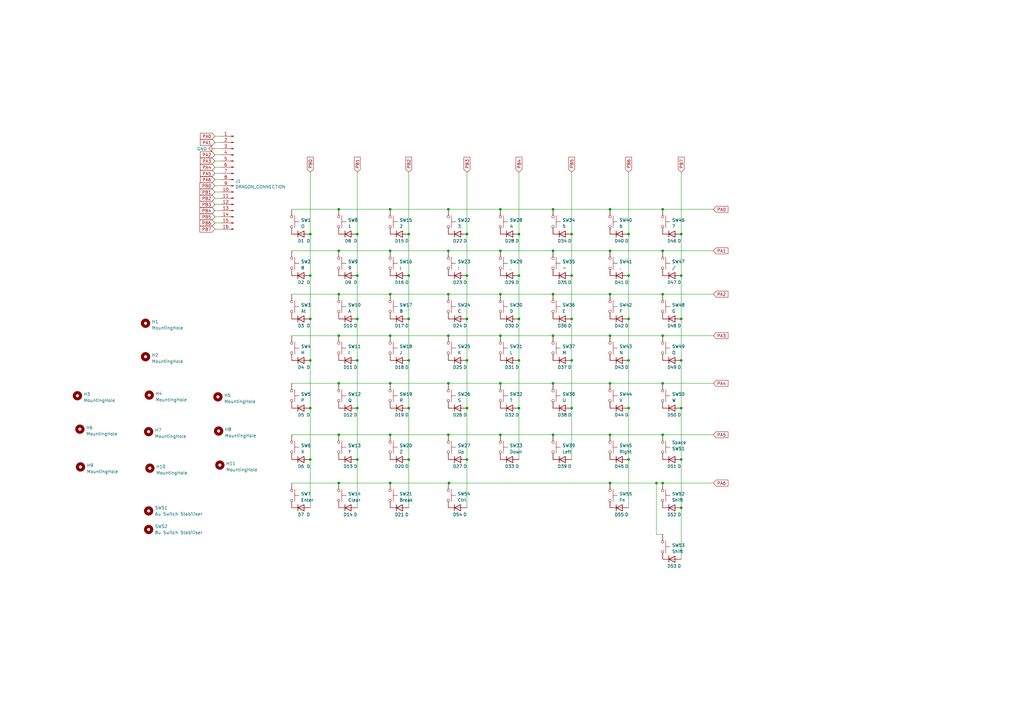
<source format=kicad_sch>
(kicad_sch (version 20230121) (generator eeschema)
  (paper "A3")
  (title_block (date "2023-06-11"))
  (lib_symbols
    (symbol "Connector:Conn_01x16_Male" (pin_names (offset 1.016) hide)
      (property "Reference" "J" (at 0 20.32 0))
      (property "Value" "Conn_01x16_Male" (at 0 -22.86 0))
      (symbol "Conn_01x16_Male_1_1"
        (pin passive line (at 5.08 17.78 180) (length 3.81) (name "Pin_1") (number "1"))
        (pin passive line (at 5.08 -5.08 180) (length 3.81) (name "Pin_10") (number "10"))
        (pin passive line (at 5.08 -7.62 180) (length 3.81) (name "Pin_11") (number "11"))
        (pin passive line (at 5.08 -10.16 180) (length 3.81) (name "Pin_12") (number "12"))
        (pin passive line (at 5.08 -12.7 180) (length 3.81) (name "Pin_13") (number "13"))
        (pin passive line (at 5.08 -15.24 180) (length 3.81) (name "Pin_14") (number "14"))
        (pin passive line (at 5.08 -17.78 180) (length 3.81) (name "Pin_15") (number "15"))
        (pin passive line (at 5.08 -20.32 180) (length 3.81) (name "Pin_16") (number "16"))
        (pin passive line (at 5.08 15.24 180) (length 3.81) (name "Pin_2") (number "2"))
        (pin passive line (at 5.08 12.7 180) (length 3.81) (name "Pin_3") (number "3"))
        (pin passive line (at 5.08 10.16 180) (length 3.81) (name "Pin_4") (number "4"))
        (pin passive line (at 5.08 7.62 180) (length 3.81) (name "Pin_5") (number "5"))
        (pin passive line (at 5.08 5.08 180) (length 3.81) (name "Pin_6") (number "6"))
        (pin passive line (at 5.08 2.54 180) (length 3.81) (name "Pin_7") (number "7"))
        (pin passive line (at 5.08 0 180) (length 3.81) (name "Pin_8") (number "8"))
        (pin passive line (at 5.08 -2.54 180) (length 3.81) (name "Pin_9") (number "9"))
      )
    )
    (symbol "Device:D" (pin_numbers hide) (pin_names (offset 1.016) hide)
      (property "Reference" "D" (at 0 2.54 0))
      (property "Value" "D" (at 0 -2.54 0))
      (symbol "D_1_1"
        (pin passive line (at -3.81 0 0) (length 2.54) (name "K") (number "1"))
        (pin passive line (at 3.81 0 180) (length 2.54) (name "A") (number "2"))
      )
    )
    (symbol "Mechanical:MountingHole" (pin_names (offset 1.016))
      (property "Reference" "H" (at 0 5.08 0))
      (property "Value" "MountingHole" (at 0 3.175 0))
    )
    (symbol "Switch:SW_Push" (pin_numbers hide) (pin_names (offset 1.016) hide)
      (property "Reference" "SW" (at 1.27 2.54 0))
      (property "Value" "SW_Push" (at 0 -1.524 0))
      (symbol "SW_Push_0_1"
        (pin passive line (at -5.08 0 0) (length 2.54) (name "1") (number "1"))
        (pin passive line (at 5.08 0 180) (length 2.54) (name "2") (number "2"))
      )
    )
    (symbol "power:GND" (power) (pin_names (offset 0))
      (property "Value" "GND" (at 0 -3.81 0))
      (symbol "GND_1_1"
        (pin power_in line (at 0 0 270) (length 0) hide (name "GND") (number "1"))
      )
    )
  )
  (junction (at 183.896 178.308))
  (junction (at 205.232 178.308))
  (junction (at 271.78 137.668))
  (junction (at 146.558 147.828))
  (junction (at 271.78 157.226))
  (junction (at 138.938 157.226))
  (junction (at 226.822 120.65))
  (junction (at 234.442 167.386))
  (junction (at 257.81 96.012))
  (junction (at 127.254 188.468))
  (junction (at 279.4 130.81))
  (junction (at 146.558 113.03))
  (junction (at 279.4 113.03))
  (junction (at 127.254 147.828))
  (junction (at 191.516 113.03))
  (junction (at 226.822 137.668))
  (junction (at 191.516 130.81))
  (junction (at 212.852 96.012))
  (junction (at 191.516 167.386))
  (junction (at 212.852 130.81))
  (junction (at 271.78 178.308))
  (junction (at 205.232 85.852))
  (junction (at 205.232 120.65))
  (junction (at 160.02 157.226))
  (junction (at 257.81 130.81))
  (junction (at 226.822 85.852))
  (junction (at 167.64 188.468))
  (junction (at 250.19 120.65))
  (junction (at 160.02 120.65))
  (junction (at 138.938 102.87))
  (junction (at 138.938 120.65))
  (junction (at 234.442 147.828))
  (junction (at 160.02 178.308))
  (junction (at 279.4 188.468))
  (junction (at 146.558 130.81))
  (junction (at 167.64 96.012))
  (junction (at 160.02 85.852))
  (junction (at 271.78 198.12))
  (junction (at 160.02 198.12))
  (junction (at 212.852 113.03))
  (junction (at 167.64 147.828))
  (junction (at 250.19 178.308))
  (junction (at 279.4 208.28))
  (junction (at 271.78 85.852))
  (junction (at 127.254 113.03))
  (junction (at 146.558 188.468))
  (junction (at 160.02 102.87))
  (junction (at 138.938 178.308))
  (junction (at 167.64 113.03))
  (junction (at 250.19 137.668))
  (junction (at 257.81 147.828))
  (junction (at 234.442 113.03))
  (junction (at 205.232 157.226))
  (junction (at 226.822 157.226))
  (junction (at 234.442 130.81))
  (junction (at 191.516 96.012))
  (junction (at 160.02 137.668))
  (junction (at 279.4 167.386))
  (junction (at 250.19 157.226))
  (junction (at 127.254 167.386))
  (junction (at 271.78 102.87))
  (junction (at 191.516 188.468))
  (junction (at 226.822 102.87))
  (junction (at 271.78 120.65))
  (junction (at 167.64 167.386))
  (junction (at 183.896 85.852))
  (junction (at 146.558 96.012))
  (junction (at 183.896 137.668))
  (junction (at 146.558 167.386))
  (junction (at 205.232 137.668))
  (junction (at 279.4 96.012))
  (junction (at 257.81 167.386))
  (junction (at 183.896 102.87))
  (junction (at 138.938 198.12))
  (junction (at 250.19 85.852))
  (junction (at 257.81 113.03))
  (junction (at 234.442 96.012))
  (junction (at 226.822 178.308))
  (junction (at 127.254 130.81))
  (junction (at 191.516 147.828))
  (junction (at 269.2322 198.12))
  (junction (at 184.15 198.12))
  (junction (at 250.19 102.87))
  (junction (at 183.896 120.65))
  (junction (at 127.254 96.012))
  (junction (at 167.64 130.81))
  (junction (at 205.232 102.87))
  (junction (at 138.938 85.852))
  (junction (at 138.938 137.668))
  (junction (at 183.896 157.226))
  (junction (at 250.19 198.12))
  (junction (at 212.852 167.386))
  (junction (at 279.4 147.828))
  (junction (at 212.852 147.828))
  (junction (at 257.81 188.468))
  (wire (pts (xy 279.4 208.28) (xy 279.4 229.362)))
  (wire (pts (xy 90.678 58.42) (xy 88.138 58.42)))
  (wire (pts (xy 127.254 188.468) (xy 127.254 208.28)))
  (wire (pts (xy 257.81 113.03) (xy 257.81 130.81)))
  (wire (pts (xy 138.938 102.87) (xy 160.02 102.87)))
  (wire (pts (xy 90.678 71.12) (xy 88.138 71.12)))
  (wire (pts (xy 119.634 102.87) (xy 138.938 102.87)))
  (wire (pts (xy 90.678 91.44) (xy 88.138 91.44)))
  (wire (pts (xy 226.822 137.668) (xy 250.19 137.668)))
  (wire (pts (xy 90.678 73.66) (xy 88.138 73.66)))
  (wire (pts (xy 205.232 120.65) (xy 226.822 120.65)))
  (wire (pts (xy 250.19 85.852) (xy 271.78 85.852)))
  (wire (pts (xy 250.19 157.226) (xy 271.78 157.226)))
  (wire (pts (xy 257.81 147.828) (xy 257.81 167.386)))
  (wire (pts (xy 205.232 137.668) (xy 226.822 137.668)))
  (wire (pts (xy 90.678 63.5) (xy 88.138 63.5)))
  (wire (pts (xy 205.232 85.852) (xy 226.822 85.852)))
  (wire (pts (xy 226.822 85.852) (xy 250.19 85.852)))
  (wire (pts (xy 191.516 130.81) (xy 191.516 147.828)))
  (wire (pts (xy 146.558 113.03) (xy 146.558 130.81)))
  (wire (pts (xy 119.634 120.65) (xy 138.938 120.65)))
  (wire (pts (xy 127.254 96.012) (xy 127.254 113.03)))
  (wire (pts (xy 250.19 102.87) (xy 271.78 102.87)))
  (wire (pts (xy 119.634 137.668) (xy 138.938 137.668)))
  (wire (pts (xy 191.516 188.468) (xy 191.516 208.2531)))
  (wire (pts (xy 160.02 198.12) (xy 184.15 198.12)))
  (wire (pts (xy 160.02 85.852) (xy 183.896 85.852)))
  (wire (pts (xy 250.19 137.668) (xy 271.78 137.668)))
  (wire (pts (xy 250.19 178.308) (xy 271.78 178.308)))
  (wire (pts (xy 212.852 96.012) (xy 212.852 113.03)))
  (wire (pts (xy 127.254 70.612) (xy 127.254 96.012)))
  (wire (pts (xy 90.678 93.98) (xy 88.138 93.98)))
  (wire (pts (xy 226.822 178.308) (xy 250.19 178.308)))
  (wire (pts (xy 257.81 96.012) (xy 257.81 113.03)))
  (wire (pts (xy 167.64 96.012) (xy 167.64 113.03)))
  (wire (pts (xy 271.78 137.668) (xy 292.608 137.668)))
  (wire (pts (xy 160.02 120.65) (xy 183.896 120.65)))
  (wire (pts (xy 138.938 178.308) (xy 160.02 178.308)))
  (wire (pts (xy 226.822 102.87) (xy 250.19 102.87)))
  (wire (pts (xy 205.232 102.87) (xy 226.822 102.87)))
  (wire (pts (xy 191.516 113.03) (xy 191.516 130.81)))
  (wire (pts (xy 257.81 70.612) (xy 257.81 96.012)))
  (wire (pts (xy 167.64 113.03) (xy 167.64 130.81)))
  (wire (pts (xy 167.64 147.828) (xy 167.64 167.386)))
  (wire (pts (xy 183.896 102.87) (xy 205.232 102.87)))
  (wire (pts (xy 279.4 96.012) (xy 279.4 113.03)))
  (wire (pts (xy 138.938 120.65) (xy 160.02 120.65)))
  (wire (pts (xy 184.15 198.0931) (xy 184.15 198.12)))
  (wire (pts (xy 160.02 157.226) (xy 183.896 157.226)))
  (wire (pts (xy 90.678 76.2) (xy 88.138 76.2)))
  (wire (pts (xy 127.254 113.03) (xy 127.254 130.81)))
  (wire (pts (xy 183.896 157.226) (xy 205.232 157.226)))
  (wire (pts (xy 212.852 70.612) (xy 212.852 96.012)))
  (wire (pts (xy 226.822 120.65) (xy 250.19 120.65)))
  (wire (pts (xy 279.4 70.612) (xy 279.4 96.012)))
  (wire (pts (xy 191.516 147.828) (xy 191.516 167.386)))
  (wire (pts (xy 167.64 167.386) (xy 167.64 188.468)))
  (wire (pts (xy 269.2322 198.12) (xy 271.78 198.12)))
  (wire (pts (xy 212.852 147.828) (xy 212.852 167.386)))
  (wire (pts (xy 234.442 130.81) (xy 234.442 147.828)))
  (wire (pts (xy 138.938 157.226) (xy 160.02 157.226)))
  (wire (pts (xy 119.634 178.308) (xy 138.938 178.308)))
  (wire (pts (xy 167.64 188.468) (xy 167.64 208.28)))
  (wire (pts (xy 271.78 120.65) (xy 292.608 120.65)))
  (wire (pts (xy 279.4 167.386) (xy 279.4 188.468)))
  (wire (pts (xy 90.678 60.96) (xy 88.138 60.96)))
  (wire (pts (xy 257.81 167.386) (xy 257.81 188.468)))
  (wire (pts (xy 160.02 137.668) (xy 183.896 137.668)))
  (wire (pts (xy 160.02 178.308) (xy 183.896 178.308)))
  (wire (pts (xy 250.19 198.12) (xy 269.2322 198.12)))
  (wire (pts (xy 271.78 157.226) (xy 292.608 157.226)))
  (wire (pts (xy 90.678 81.28) (xy 88.138 81.28)))
  (wire (pts (xy 90.678 83.82) (xy 88.138 83.82)))
  (wire (pts (xy 90.678 88.9) (xy 88.138 88.9)))
  (wire (pts (xy 191.516 208.2531) (xy 191.4726 208.2531)))
  (wire (pts (xy 269.2322 219.202) (xy 269.2322 198.12)))
  (wire (pts (xy 146.558 147.828) (xy 146.558 167.386)))
  (wire (pts (xy 127.254 147.828) (xy 127.254 167.386)))
  (wire (pts (xy 183.896 120.65) (xy 205.232 120.65)))
  (wire (pts (xy 119.634 85.852) (xy 138.938 85.852)))
  (wire (pts (xy 191.516 167.386) (xy 191.516 188.468)))
  (wire (pts (xy 183.896 137.668) (xy 205.232 137.668)))
  (wire (pts (xy 279.4 188.468) (xy 279.4 208.28)))
  (wire (pts (xy 271.78 85.852) (xy 292.608 85.852)))
  (wire (pts (xy 226.822 157.226) (xy 250.19 157.226)))
  (wire (pts (xy 90.678 68.58) (xy 88.138 68.58)))
  (wire (pts (xy 146.558 188.468) (xy 146.558 208.28)))
  (wire (pts (xy 138.938 85.852) (xy 160.02 85.852)))
  (wire (pts (xy 279.4 113.03) (xy 279.4 130.81)))
  (wire (pts (xy 212.852 167.386) (xy 212.852 188.468)))
  (wire (pts (xy 138.938 198.12) (xy 160.02 198.12)))
  (wire (pts (xy 271.78 198.12) (xy 292.608 198.12)))
  (wire (pts (xy 183.896 178.308) (xy 205.232 178.308)))
  (wire (pts (xy 205.232 157.226) (xy 226.822 157.226)))
  (wire (pts (xy 127.254 167.386) (xy 127.254 188.468)))
  (wire (pts (xy 167.64 130.81) (xy 167.64 147.828)))
  (wire (pts (xy 119.634 198.12) (xy 138.938 198.12)))
  (wire (pts (xy 90.678 66.04) (xy 88.138 66.04)))
  (wire (pts (xy 279.4 130.81) (xy 279.4 147.828)))
  (wire (pts (xy 212.852 113.03) (xy 212.852 130.81)))
  (wire (pts (xy 212.852 130.81) (xy 212.852 147.828)))
  (wire (pts (xy 257.81 130.81) (xy 257.81 147.828)))
  (wire (pts (xy 234.442 70.612) (xy 234.442 96.012)))
  (wire (pts (xy 183.896 85.852) (xy 205.232 85.852)))
  (wire (pts (xy 191.516 70.612) (xy 191.516 96.012)))
  (wire (pts (xy 119.634 157.226) (xy 138.938 157.226)))
  (wire (pts (xy 184.15 198.12) (xy 250.19 198.12)))
  (wire (pts (xy 167.64 70.612) (xy 167.64 96.012)))
  (wire (pts (xy 160.02 102.87) (xy 183.896 102.87)))
  (wire (pts (xy 90.678 86.36) (xy 88.138 86.36)))
  (wire (pts (xy 191.516 96.012) (xy 191.516 113.03)))
  (wire (pts (xy 271.78 178.308) (xy 292.608 178.308)))
  (wire (pts (xy 279.4 147.828) (xy 279.4 167.386)))
  (wire (pts (xy 271.78 219.202) (xy 269.2322 219.202)))
  (wire (pts (xy 271.78 102.87) (xy 292.608 102.87)))
  (wire (pts (xy 257.81 188.468) (xy 257.81 208.28)))
  (wire (pts (xy 90.678 78.74) (xy 88.138 78.74)))
  (wire (pts (xy 146.558 130.81) (xy 146.558 147.828)))
  (wire (pts (xy 234.442 147.828) (xy 234.442 167.386)))
  (wire (pts (xy 146.558 70.612) (xy 146.558 96.012)))
  (wire (pts (xy 205.232 178.308) (xy 226.822 178.308)))
  (wire (pts (xy 138.938 137.668) (xy 160.02 137.668)))
  (wire (pts (xy 250.19 120.65) (xy 271.78 120.65)))
  (wire (pts (xy 234.442 167.386) (xy 234.442 188.468)))
  (wire (pts (xy 127.254 130.81) (xy 127.254 147.828)))
  (wire (pts (xy 146.558 96.012) (xy 146.558 113.03)))
  (wire (pts (xy 234.442 113.03) (xy 234.442 130.81)))
  (wire (pts (xy 183.8526 198.0931) (xy 184.15 198.0931)))
  (wire (pts (xy 90.678 55.88) (xy 88.138 55.88)))
  (wire (pts (xy 146.558 167.386) (xy 146.558 188.468)))
  (wire (pts (xy 234.442 96.012) (xy 234.442 113.03)))
  (global_label "PB7" (shape input) (at 88.138 93.98 180) (property "Intersheetrefs" "${INTERSHEET_REFS}" (effects hide)))
  (global_label "PB7" (shape input) (at 279.4 70.612 90) (property "Intersheetrefs" "${INTERSHEET_REFS}" (effects hide)))
  (global_label "PB6" (shape input) (at 257.81 70.612 90) (property "Intersheetrefs" "${INTERSHEET_REFS}" (effects hide)))
  (global_label "PA0" (shape input) (at 88.138 55.88 180) (property "Intersheetrefs" "${INTERSHEET_REFS}" (effects hide)))
  (global_label "PB4" (shape input) (at 212.852 70.612 90) (property "Intersheetrefs" "${INTERSHEET_REFS}" (effects hide)))
  (global_label "PA5" (shape input) (at 292.608 178.308 0) (property "Intersheetrefs" "${INTERSHEET_REFS}" (effects hide)))
  (global_label "PB1" (shape input) (at 88.138 78.74 180) (property "Intersheetrefs" "${INTERSHEET_REFS}" (effects hide)))
  (global_label "PB0" (shape input) (at 88.138 76.2 180) (property "Intersheetrefs" "${INTERSHEET_REFS}" (effects hide)))
  (global_label "PA6" (shape input) (at 88.138 73.66 180) (property "Intersheetrefs" "${INTERSHEET_REFS}" (effects hide)))
  (global_label "PA4" (shape input) (at 292.608 157.226 0) (property "Intersheetrefs" "${INTERSHEET_REFS}" (effects hide)))
  (global_label "PB3" (shape input) (at 191.516 70.612 90) (property "Intersheetrefs" "${INTERSHEET_REFS}" (effects hide)))
  (global_label "PA0" (shape input) (at 292.608 85.852 0) (property "Intersheetrefs" "${INTERSHEET_REFS}" (effects hide)))
  (global_label "PB2" (shape input) (at 88.138 81.28 180) (property "Intersheetrefs" "${INTERSHEET_REFS}" (effects hide)))
  (global_label "PA3" (shape input) (at 292.608 137.668 0) (property "Intersheetrefs" "${INTERSHEET_REFS}" (effects hide)))
  (global_label "PB1" (shape input) (at 146.558 70.612 90) (property "Intersheetrefs" "${INTERSHEET_REFS}" (effects hide)))
  (global_label "PA6" (shape input) (at 292.608 198.12 0) (property "Intersheetrefs" "${INTERSHEET_REFS}" (effects hide)))
  (global_label "PA4" (shape input) (at 88.138 68.58 180) (property "Intersheetrefs" "${INTERSHEET_REFS}" (effects hide)))
  (global_label "PB5" (shape input) (at 234.442 70.612 90) (property "Intersheetrefs" "${INTERSHEET_REFS}" (effects hide)))
  (global_label "PB2" (shape input) (at 167.64 70.612 90) (property "Intersheetrefs" "${INTERSHEET_REFS}" (effects hide)))
  (global_label "PB4" (shape input) (at 88.138 86.36 180) (property "Intersheetrefs" "${INTERSHEET_REFS}" (effects hide)))
  (global_label "PA2" (shape input) (at 88.138 63.5 180) (property "Intersheetrefs" "${INTERSHEET_REFS}" (effects hide)))
  (global_label "PB5" (shape input) (at 88.138 88.9 180) (property "Intersheetrefs" "${INTERSHEET_REFS}" (effects hide)))
  (global_label "PA5" (shape input) (at 88.138 71.12 180) (property "Intersheetrefs" "${INTERSHEET_REFS}" (effects hide)))
  (global_label "PA3" (shape input) (at 88.138 66.04 180) (property "Intersheetrefs" "${INTERSHEET_REFS}" (effects hide)))
  (global_label "PA1" (shape input) (at 88.138 58.42 180) (property "Intersheetrefs" "${INTERSHEET_REFS}" (effects hide)))
  (global_label "PB6" (shape input) (at 88.138 91.44 180) (property "Intersheetrefs" "${INTERSHEET_REFS}" (effects hide)))
  (global_label "PB0" (shape input) (at 127.254 70.612 90) (property "Intersheetrefs" "${INTERSHEET_REFS}" (effects hide)))
  (global_label "PB3" (shape input) (at 88.138 83.82 180) (property "Intersheetrefs" "${INTERSHEET_REFS}" (effects hide)))
  (global_label "PA2" (shape input) (at 292.608 120.65 0) (property "Intersheetrefs" "${INTERSHEET_REFS}" (effects hide)))
  (global_label "PA1" (shape input) (at 292.608 102.87 0) (property "Intersheetrefs" "${INTERSHEET_REFS}" (effects hide)))
  (symbol (lib_id "Mechanical:MountingHole") (at 31.75 162.306 0) (unit 1)
    (property "Reference" "H3" (at 34.29 161.671 0) (effects (justify left)))
    (property "Value" "MountingHole" (at 34.29 164.211 0) (effects (justify left)))
    (property "Footprint" "MountingHole:MountingHole_3.2mm_M3" (effects hide))
  )
  (symbol (lib_id "Device:D") (at 142.748 113.03 0) (mirror x) (unit 1)
    (property "Reference" "D9" (at 142.748 115.824 0))
    (property "Value" "D" (at 145.796 115.824 0))
    (property "Footprint" "Diode_SMD:D_0805_2012Metric" (effects hide))
    (property "Sim.Device" "D" (effects hide))
    (property "Sim.Pins" "1=K 2=A" (effects hide))
  )
  (symbol (lib_id "Device:D") (at 209.042 130.81 0) (mirror x) (unit 1)
    (property "Reference" "D30" (at 209.042 133.604 0))
    (property "Value" "D" (at 212.09 133.604 0))
    (property "Footprint" "Diode_SMD:D_0805_2012Metric" (effects hide))
    (property "Sim.Device" "D" (effects hide))
    (property "Sim.Pins" "1=K 2=A" (effects hide))
  )
  (symbol (lib_id "Mechanical:MountingHole") (at 61.214 162.052 0) (unit 1)
    (property "Reference" "H4" (at 63.754 161.417 0) (effects (justify left)))
    (property "Value" "MountingHole" (at 63.754 163.957 0) (effects (justify left)))
    (property "Footprint" "MountingHole:MountingHole_3.2mm_M3" (effects hide))
  )
  (symbol (lib_id "Mechanical:MountingHole") (at 32.766 176.022 0) (unit 1)
    (property "Reference" "H6" (at 35.306 175.387 0) (effects (justify left)))
    (property "Value" "MountingHole" (at 35.306 177.927 0) (effects (justify left)))
    (property "Footprint" "MountingHole:MountingHole_3.2mm_M3" (effects hide))
  )
  (symbol (lib_id "Switch:SW_Push") (at 250.19 203.2 270) (unit 1)
    (property "Reference" "SW55" (at 254 202.565 90) (effects (justify left)))
    (property "Value" "Fn" (at 254 205.105 90) (effects (justify left)))
    (property "Footprint" "Button_Switch_Keyboard:SW_Cherry_MX_1.00u_PCB" (effects hide))
  )
  (symbol (lib_id "Switch:SW_Push") (at 138.938 107.95 270) (unit 1)
    (property "Reference" "SW9" (at 142.748 107.315 90) (effects (justify left)))
    (property "Value" "9" (at 142.748 109.855 90) (effects (justify left)))
    (property "Footprint" "Button_Switch_Keyboard:SW_Cherry_MX_1.00u_PCB" (effects hide))
  )
  (symbol (lib_id "Mechanical:MountingHole") (at 90.17 190.754 0) (unit 1)
    (property "Reference" "H11" (at 92.71 190.119 0) (effects (justify left)))
    (property "Value" "MountingHole" (at 92.71 192.659 0) (effects (justify left)))
    (property "Footprint" "MountingHole:MountingHole_3.2mm_M3" (effects hide))
  )
  (symbol (lib_id "Device:D") (at 163.83 130.81 0) (mirror x) (unit 1)
    (property "Reference" "D17" (at 163.83 133.604 0))
    (property "Value" "D" (at 166.878 133.604 0))
    (property "Footprint" "Diode_SMD:D_0805_2012Metric" (effects hide))
    (property "Sim.Device" "D" (effects hide))
    (property "Sim.Pins" "1=K 2=A" (effects hide))
  )
  (symbol (lib_id "Device:D") (at 230.632 96.012 0) (mirror x) (unit 1)
    (property "Reference" "D34" (at 230.632 98.806 0))
    (property "Value" "D" (at 233.68 98.806 0))
    (property "Footprint" "Diode_SMD:D_0805_2012Metric" (effects hide))
    (property "Sim.Device" "D" (effects hide))
    (property "Sim.Pins" "1=K 2=A" (effects hide))
  )
  (symbol (lib_id "Device:D") (at 187.706 130.81 0) (mirror x) (unit 1)
    (property "Reference" "D24" (at 187.706 133.604 0))
    (property "Value" "D" (at 190.754 133.604 0))
    (property "Footprint" "Diode_SMD:D_0805_2012Metric" (effects hide))
    (property "Sim.Device" "D" (effects hide))
    (property "Sim.Pins" "1=K 2=A" (effects hide))
  )
  (symbol (lib_id "Device:D") (at 142.748 208.28 0) (mirror x) (unit 1)
    (property "Reference" "D14" (at 142.748 211.074 0))
    (property "Value" "D" (at 145.796 211.074 0))
    (property "Footprint" "Diode_SMD:D_0805_2012Metric" (effects hide))
    (property "Sim.Device" "D" (effects hide))
    (property "Sim.Pins" "1=K 2=A" (effects hide))
  )
  (symbol (lib_id "Device:D") (at 230.632 147.828 0) (mirror x) (unit 1)
    (property "Reference" "D37" (at 230.632 150.622 0))
    (property "Value" "D" (at 233.68 150.622 0))
    (property "Footprint" "Diode_SMD:D_0805_2012Metric" (effects hide))
    (property "Sim.Device" "D" (effects hide))
    (property "Sim.Pins" "1=K 2=A" (effects hide))
  )
  (symbol (lib_id "Switch:SW_Push") (at 138.938 162.306 270) (unit 1)
    (property "Reference" "SW12" (at 142.748 161.671 90) (effects (justify left)))
    (property "Value" "Q" (at 142.748 164.211 90) (effects (justify left)))
    (property "Footprint" "Button_Switch_Keyboard:SW_Cherry_MX_1.00u_PCB" (effects hide))
  )
  (symbol (lib_id "Switch:SW_Push") (at 226.822 125.73 270) (unit 1)
    (property "Reference" "SW36" (at 230.632 125.095 90) (effects (justify left)))
    (property "Value" "E" (at 230.632 127.635 90) (effects (justify left)))
    (property "Footprint" "Button_Switch_Keyboard:SW_Cherry_MX_1.00u_PCB" (effects hide))
  )
  (symbol (lib_id "Device:D") (at 254 113.03 0) (mirror x) (unit 1)
    (property "Reference" "D41" (at 254 115.824 0))
    (property "Value" "D" (at 257.048 115.824 0))
    (property "Footprint" "Diode_SMD:D_0805_2012Metric" (effects hide))
    (property "Sim.Device" "D" (effects hide))
    (property "Sim.Pins" "1=K 2=A" (effects hide))
  )
  (symbol (lib_id "Device:D") (at 187.6626 208.2531 0) (mirror x) (unit 1)
    (property "Reference" "D54" (at 187.6626 211.0471 0))
    (property "Value" "D" (at 190.7106 211.0471 0))
    (property "Footprint" "Diode_SMD:D_0805_2012Metric" (effects hide))
    (property "Sim.Device" "D" (effects hide))
    (property "Sim.Pins" "1=K 2=A" (effects hide))
  )
  (symbol (lib_id "Switch:SW_Push") (at 160.02 162.306 270) (unit 1)
    (property "Reference" "SW19" (at 163.83 161.671 90) (effects (justify left)))
    (property "Value" "R" (at 163.83 164.211 90) (effects (justify left)))
    (property "Footprint" "Button_Switch_Keyboard:SW_Cherry_MX_1.00u_PCB" (effects hide))
  )
  (symbol (lib_id "Device:D") (at 163.83 167.386 0) (mirror x) (unit 1)
    (property "Reference" "D19" (at 163.83 170.18 0))
    (property "Value" "D" (at 166.878 170.18 0))
    (property "Footprint" "Diode_SMD:D_0805_2012Metric" (effects hide))
    (property "Sim.Device" "D" (effects hide))
    (property "Sim.Pins" "1=K 2=A" (effects hide))
  )
  (symbol (lib_id "Device:D") (at 163.83 147.828 0) (mirror x) (unit 1)
    (property "Reference" "D18" (at 163.83 150.622 0))
    (property "Value" "D" (at 166.878 150.622 0))
    (property "Footprint" "Diode_SMD:D_0805_2012Metric" (effects hide))
    (property "Sim.Device" "D" (effects hide))
    (property "Sim.Pins" "1=K 2=A" (effects hide))
  )
  (symbol (lib_id "Device:D") (at 254 208.28 0) (mirror x) (unit 1)
    (property "Reference" "D55" (at 254 211.074 0))
    (property "Value" "D" (at 257.048 211.074 0))
    (property "Footprint" "Diode_SMD:D_0805_2012Metric" (effects hide))
    (property "Sim.Device" "D" (effects hide))
    (property "Sim.Pins" "1=K 2=A" (effects hide))
  )
  (symbol (lib_id "Switch:SW_Push") (at 119.634 142.748 270) (unit 1)
    (property "Reference" "SW4" (at 123.444 142.113 90) (effects (justify left)))
    (property "Value" "H" (at 123.444 144.653 90) (effects (justify left)))
    (property "Footprint" "Button_Switch_Keyboard:SW_Cherry_MX_1.00u_PCB" (effects hide))
  )
  (symbol (lib_id "Device:D") (at 275.59 113.03 0) (mirror x) (unit 1)
    (property "Reference" "D47" (at 275.59 115.824 0))
    (property "Value" "D" (at 278.638 115.824 0))
    (property "Footprint" "Diode_SMD:D_0805_2012Metric" (effects hide))
    (property "Sim.Device" "D" (effects hide))
    (property "Sim.Pins" "1=K 2=A" (effects hide))
  )
  (symbol (lib_id "Device:D") (at 123.444 113.03 0) (mirror x) (unit 1)
    (property "Reference" "D2" (at 123.444 115.824 0))
    (property "Value" "D" (at 126.492 115.824 0))
    (property "Footprint" "Diode_SMD:D_0805_2012Metric" (effects hide))
    (property "Sim.Device" "D" (effects hide))
    (property "Sim.Pins" "1=K 2=A" (effects hide))
  )
  (symbol (lib_id "Switch:SW_Push") (at 160.02 203.2 270) (unit 1)
    (property "Reference" "SW21" (at 163.83 202.565 90) (effects (justify left)))
    (property "Value" "Break" (at 163.83 205.105 90) (effects (justify left)))
    (property "Footprint" "Button_Switch_Keyboard:SW_Cherry_MX_1.00u_PCB" (effects hide))
  )
  (symbol (lib_id "Switch:SW_Push") (at 138.938 90.932 270) (unit 1)
    (property "Reference" "SW8" (at 142.748 90.297 90) (effects (justify left)))
    (property "Value" "1" (at 142.748 92.837 90) (effects (justify left)))
    (property "Footprint" "Button_Switch_Keyboard:SW_Cherry_MX_1.00u_PCB" (effects hide))
  )
  (symbol (lib_id "Switch:SW_Push") (at 271.78 90.932 270) (unit 1)
    (property "Reference" "SW46" (at 275.59 90.297 90) (effects (justify left)))
    (property "Value" "7" (at 275.59 92.837 90) (effects (justify left)))
    (property "Footprint" "Button_Switch_Keyboard:SW_Cherry_MX_1.00u_PCB" (effects hide))
  )
  (symbol (lib_id "Device:D") (at 142.748 130.81 0) (mirror x) (unit 1)
    (property "Reference" "D10" (at 142.748 133.604 0))
    (property "Value" "D" (at 145.796 133.604 0))
    (property "Footprint" "Diode_SMD:D_0805_2012Metric" (effects hide))
    (property "Sim.Device" "D" (effects hide))
    (property "Sim.Pins" "1=K 2=A" (effects hide))
  )
  (symbol (lib_id "Device:D") (at 163.83 208.28 0) (mirror x) (unit 1)
    (property "Reference" "D21" (at 163.83 211.074 0))
    (property "Value" "D" (at 166.878 211.074 0))
    (property "Footprint" "Diode_SMD:D_0805_2012Metric" (effects hide))
    (property "Sim.Device" "D" (effects hide))
    (property "Sim.Pins" "1=K 2=A" (effects hide))
  )
  (symbol (lib_id "Device:D") (at 187.706 167.386 0) (mirror x) (unit 1)
    (property "Reference" "D26" (at 187.706 170.18 0))
    (property "Value" "D" (at 190.754 170.18 0))
    (property "Footprint" "Diode_SMD:D_0805_2012Metric" (effects hide))
    (property "Sim.Device" "D" (effects hide))
    (property "Sim.Pins" "1=K 2=A" (effects hide))
  )
  (symbol (lib_id "Switch:SW_Push") (at 271.78 107.95 270) (unit 1)
    (property "Reference" "SW47" (at 275.59 107.315 90) (effects (justify left)))
    (property "Value" "/" (at 275.59 109.855 90) (effects (justify left)))
    (property "Footprint" "Button_Switch_Keyboard:SW_Cherry_MX_1.00u_PCB" (effects hide))
  )
  (symbol (lib_id "Connector:Conn_01x16_Male") (at 95.758 73.66 0) (mirror y) (unit 1)
    (property "Reference" "J1" (at 96.4692 74.3204 0) (effects (justify right)))
    (property "Value" "DRAGON_CONNECTION" (at 96.4692 76.6318 0) (effects (justify right)))
    (property "Footprint" "Connector_PinHeader_2.54mm:PinHeader_1x16_P2.54mm_Horizontal" (effects hide))
  )
  (symbol (lib_id "Device:D") (at 254 147.828 0) (mirror x) (unit 1)
    (property "Reference" "D43" (at 254 150.622 0))
    (property "Value" "D" (at 257.048 150.622 0))
    (property "Footprint" "Diode_SMD:D_0805_2012Metric" (effects hide))
    (property "Sim.Device" "D" (effects hide))
    (property "Sim.Pins" "1=K 2=A" (effects hide))
  )
  (symbol (lib_id "Mechanical:MountingHole") (at 33.02 191.516 0) (unit 1)
    (property "Reference" "H9" (at 35.56 190.881 0) (effects (justify left)))
    (property "Value" "MountingHole" (at 35.56 193.421 0) (effects (justify left)))
    (property "Footprint" "MountingHole:MountingHole_3.2mm_M3" (effects hide))
  )
  (symbol (lib_id "Switch:SW_Push") (at 183.8526 203.1731 270) (unit 1)
    (property "Reference" "SW54" (at 187.6626 202.5381 90) (effects (justify left)))
    (property "Value" "Ctrl" (at 187.6626 205.0781 90) (effects (justify left)))
    (property "Footprint" "Button_Switch_Keyboard:SW_Cherry_MX_1.00u_PCB" (effects hide))
  )
  (symbol (lib_id "Switch:SW_Push") (at 271.78 203.2 270) (unit 1)
    (property "Reference" "SW52" (at 275.59 202.565 90) (effects (justify left)))
    (property "Value" "Shift" (at 275.59 205.105 90) (effects (justify left)))
    (property "Footprint" "Button_Switch_Keyboard:SW_Cherry_MX_1.50u_PCB" (effects hide))
  )
  (symbol (lib_id "Switch:SW_Push") (at 205.232 142.748 270) (unit 1)
    (property "Reference" "SW31" (at 209.042 142.113 90) (effects (justify left)))
    (property "Value" "L" (at 209.042 144.653 90) (effects (justify left)))
    (property "Footprint" "Button_Switch_Keyboard:SW_Cherry_MX_1.00u_PCB" (effects hide))
  )
  (symbol (lib_id "Device:D") (at 163.83 96.012 0) (mirror x) (unit 1)
    (property "Reference" "D15" (at 163.83 98.806 0))
    (property "Value" "D" (at 166.878 98.806 0))
    (property "Footprint" "Diode_SMD:D_0805_2012Metric" (effects hide))
    (property "Sim.Device" "D" (effects hide))
    (property "Sim.Pins" "1=K 2=A" (effects hide))
  )
  (symbol (lib_id "Device:D") (at 275.59 229.362 0) (mirror x) (unit 1)
    (property "Reference" "D53" (at 275.59 232.156 0))
    (property "Value" "D" (at 278.638 232.156 0))
    (property "Footprint" "Diode_SMD:D_0805_2012Metric" (effects hide))
    (property "Sim.Device" "D" (effects hide))
    (property "Sim.Pins" "1=K 2=A" (effects hide))
  )
  (symbol (lib_id "Mechanical:MountingHole") (at 60.96 209.55 0) (unit 1)
    (property "Reference" "SWS1" (at 63.5 208.28 0) (effects (justify left)))
    (property "Value" "6u Switch Stabiliser" (at 63.5 210.82 0) (effects (justify left)))
    (property "Footprint" "Mounting_Keyboard_Stabilizer:Stabilizer_Cherry_MX_6.00u" (effects hide))
  )
  (symbol (lib_id "Device:D") (at 123.444 208.28 0) (mirror x) (unit 1)
    (property "Reference" "D7" (at 123.444 211.074 0))
    (property "Value" "D" (at 126.492 211.074 0))
    (property "Footprint" "Diode_SMD:D_0805_2012Metric" (effects hide))
    (property "Sim.Device" "D" (effects hide))
    (property "Sim.Pins" "1=K 2=A" (effects hide))
  )
  (symbol (lib_id "Switch:SW_Push") (at 271.78 183.388 270) (mirror x) (unit 1)
    (property "Reference" "SW51" (at 275.59 184.023 90) (effects (justify left)))
    (property "Value" "Space" (at 275.59 181.483 90) (effects (justify left)))
    (property "Footprint" "Switch_Keyboard_Cherry_MX:SW_Cherry_MX_PCB_6.00u" (effects hide))
  )
  (symbol (lib_id "Switch:SW_Push") (at 271.78 162.306 270) (unit 1)
    (property "Reference" "SW50" (at 275.59 161.671 90) (effects (justify left)))
    (property "Value" "W" (at 275.59 164.211 90) (effects (justify left)))
    (property "Footprint" "Button_Switch_Keyboard:SW_Cherry_MX_1.00u_PCB" (effects hide))
  )
  (symbol (lib_id "power:GND") (at 88.138 60.96 270) (unit 1)
    (property "Reference" "#PWR01" (effects hide))
    (property "Value" "GND" (at 84.8868 61.087 90) (effects (justify right)))
  )
  (symbol (lib_id "Switch:SW_Push") (at 138.938 203.2 270) (unit 1)
    (property "Reference" "SW14" (at 142.748 202.565 90) (effects (justify left)))
    (property "Value" "Clear" (at 142.748 205.105 90) (effects (justify left)))
    (property "Footprint" "Button_Switch_Keyboard:SW_Cherry_MX_1.00u_PCB" (effects hide))
  )
  (symbol (lib_id "Device:D") (at 123.444 147.828 0) (mirror x) (unit 1)
    (property "Reference" "D4" (at 123.444 150.622 0))
    (property "Value" "D" (at 126.492 150.622 0))
    (property "Footprint" "Diode_SMD:D_0805_2012Metric" (effects hide))
    (property "Sim.Device" "D" (effects hide))
    (property "Sim.Pins" "1=K 2=A" (effects hide))
  )
  (symbol (lib_id "Switch:SW_Push") (at 226.822 107.95 270) (unit 1)
    (property "Reference" "SW35" (at 230.632 107.315 90) (effects (justify left)))
    (property "Value" "-" (at 230.632 109.855 90) (effects (justify left)))
    (property "Footprint" "Button_Switch_Keyboard:SW_Cherry_MX_1.00u_PCB" (effects hide))
  )
  (symbol (lib_id "Device:D") (at 209.042 167.386 0) (mirror x) (unit 1)
    (property "Reference" "D32" (at 209.042 170.18 0))
    (property "Value" "D" (at 212.09 170.18 0))
    (property "Footprint" "Diode_SMD:D_0805_2012Metric" (effects hide))
    (property "Sim.Device" "D" (effects hide))
    (property "Sim.Pins" "1=K 2=A" (effects hide))
  )
  (symbol (lib_id "Switch:SW_Push") (at 250.19 183.388 270) (unit 1)
    (property "Reference" "SW45" (at 254 182.753 90) (effects (justify left)))
    (property "Value" "Right" (at 254 185.293 90) (effects (justify left)))
    (property "Footprint" "Button_Switch_Keyboard:SW_Cherry_MX_1.00u_PCB" (effects hide))
  )
  (symbol (lib_id "Switch:SW_Push") (at 183.896 107.95 270) (unit 1)
    (property "Reference" "SW23" (at 187.706 107.315 90) (effects (justify left)))
    (property "Value" ";" (at 187.706 109.855 90) (effects (justify left)))
    (property "Footprint" "Button_Switch_Keyboard:SW_Cherry_MX_1.00u_PCB" (effects hide))
  )
  (symbol (lib_id "Switch:SW_Push") (at 183.896 142.748 270) (unit 1)
    (property "Reference" "SW25" (at 187.706 142.113 90) (effects (justify left)))
    (property "Value" "K" (at 187.706 144.653 90) (effects (justify left)))
    (property "Footprint" "Button_Switch_Keyboard:SW_Cherry_MX_1.00u_PCB" (effects hide))
  )
  (symbol (lib_id "Device:D") (at 230.632 113.03 0) (mirror x) (unit 1)
    (property "Reference" "D35" (at 230.632 115.824 0))
    (property "Value" "D" (at 233.68 115.824 0))
    (property "Footprint" "Diode_SMD:D_0805_2012Metric" (effects hide))
    (property "Sim.Device" "D" (effects hide))
    (property "Sim.Pins" "1=K 2=A" (effects hide))
  )
  (symbol (lib_id "Device:D") (at 142.748 96.012 0) (mirror x) (unit 1)
    (property "Reference" "D8" (at 142.748 98.806 0))
    (property "Value" "D" (at 145.796 98.806 0))
    (property "Footprint" "Diode_SMD:D_0805_2012Metric" (effects hide))
    (property "Sim.Device" "D" (effects hide))
    (property "Sim.Pins" "1=K 2=A" (effects hide))
  )
  (symbol (lib_id "Device:D") (at 230.632 167.386 0) (mirror x) (unit 1)
    (property "Reference" "D38" (at 230.632 170.18 0))
    (property "Value" "D" (at 233.68 170.18 0))
    (property "Footprint" "Diode_SMD:D_0805_2012Metric" (effects hide))
    (property "Sim.Device" "D" (effects hide))
    (property "Sim.Pins" "1=K 2=A" (effects hide))
  )
  (symbol (lib_id "Switch:SW_Push") (at 119.634 183.388 270) (unit 1)
    (property "Reference" "SW6" (at 123.444 182.753 90) (effects (justify left)))
    (property "Value" "X" (at 123.444 185.293 90) (effects (justify left)))
    (property "Footprint" "Button_Switch_Keyboard:SW_Cherry_MX_1.00u_PCB" (effects hide))
  )
  (symbol (lib_id "Device:D") (at 187.706 147.828 0) (mirror x) (unit 1)
    (property "Reference" "D25" (at 187.706 150.622 0))
    (property "Value" "D" (at 190.754 150.622 0))
    (property "Footprint" "Diode_SMD:D_0805_2012Metric" (effects hide))
    (property "Sim.Device" "D" (effects hide))
    (property "Sim.Pins" "1=K 2=A" (effects hide))
  )
  (symbol (lib_id "Device:D") (at 123.444 188.468 0) (mirror x) (unit 1)
    (property "Reference" "D6" (at 123.444 191.262 0))
    (property "Value" "D" (at 126.492 191.262 0))
    (property "Footprint" "Diode_SMD:D_0805_2012Metric" (effects hide))
    (property "Sim.Device" "D" (effects hide))
    (property "Sim.Pins" "1=K 2=A" (effects hide))
  )
  (symbol (lib_id "Mechanical:MountingHole") (at 59.69 132.588 0) (unit 1)
    (property "Reference" "H1" (at 62.23 131.953 0) (effects (justify left)))
    (property "Value" "MountingHole" (at 62.23 134.493 0) (effects (justify left)))
    (property "Footprint" "MountingHole:MountingHole_5.3mm_M5" (effects hide))
  )
  (symbol (lib_id "Switch:SW_Push") (at 160.02 90.932 270) (unit 1)
    (property "Reference" "SW15" (at 163.83 90.297 90) (effects (justify left)))
    (property "Value" "2" (at 163.83 92.837 90) (effects (justify left)))
    (property "Footprint" "Button_Switch_Keyboard:SW_Cherry_MX_1.00u_PCB" (effects hide))
  )
  (symbol (lib_id "Switch:SW_Push") (at 119.634 162.306 270) (unit 1)
    (property "Reference" "SW5" (at 123.444 161.671 90) (effects (justify left)))
    (property "Value" "P" (at 123.444 164.211 90) (effects (justify left)))
    (property "Footprint" "Button_Switch_Keyboard:SW_Cherry_MX_1.00u_PCB" (effects hide))
  )
  (symbol (lib_id "Device:D") (at 275.59 147.828 0) (mirror x) (unit 1)
    (property "Reference" "D49" (at 275.59 150.622 0))
    (property "Value" "D" (at 278.638 150.622 0))
    (property "Footprint" "Diode_SMD:D_0805_2012Metric" (effects hide))
    (property "Sim.Device" "D" (effects hide))
    (property "Sim.Pins" "1=K 2=A" (effects hide))
  )
  (symbol (lib_id "Switch:SW_Push") (at 119.634 107.95 270) (unit 1)
    (property "Reference" "SW2" (at 123.444 107.315 90) (effects (justify left)))
    (property "Value" "8" (at 123.444 109.855 90) (effects (justify left)))
    (property "Footprint" "Button_Switch_Keyboard:SW_Cherry_MX_1.00u_PCB" (effects hide))
  )
  (symbol (lib_id "Switch:SW_Push") (at 160.02 142.748 270) (unit 1)
    (property "Reference" "SW18" (at 163.83 142.113 90) (effects (justify left)))
    (property "Value" "J" (at 163.83 144.653 90) (effects (justify left)))
    (property "Footprint" "Button_Switch_Keyboard:SW_Cherry_MX_1.00u_PCB" (effects hide))
  )
  (symbol (lib_id "Mechanical:MountingHole") (at 89.662 176.784 0) (unit 1)
    (property "Reference" "H8" (at 92.202 176.149 0) (effects (justify left)))
    (property "Value" "MountingHole" (at 92.202 178.689 0) (effects (justify left)))
    (property "Footprint" "MountingHole:MountingHole_3.2mm_M3" (effects hide))
  )
  (symbol (lib_id "Device:D") (at 275.59 130.81 0) (mirror x) (unit 1)
    (property "Reference" "D48" (at 275.59 133.604 0))
    (property "Value" "D" (at 278.638 133.604 0))
    (property "Footprint" "Diode_SMD:D_0805_2012Metric" (effects hide))
    (property "Sim.Device" "D" (effects hide))
    (property "Sim.Pins" "1=K 2=A" (effects hide))
  )
  (symbol (lib_id "Switch:SW_Push") (at 250.19 162.306 270) (unit 1)
    (property "Reference" "SW44" (at 254 161.671 90) (effects (justify left)))
    (property "Value" "V" (at 254 164.211 90) (effects (justify left)))
    (property "Footprint" "Button_Switch_Keyboard:SW_Cherry_MX_1.00u_PCB" (effects hide))
  )
  (symbol (lib_id "Device:D") (at 275.59 188.468 0) (mirror x) (unit 1)
    (property "Reference" "D51" (at 275.59 191.262 0))
    (property "Value" "D" (at 278.638 191.262 0))
    (property "Footprint" "Diode_SMD:D_0805_2012Metric" (effects hide))
    (property "Sim.Device" "D" (effects hide))
    (property "Sim.Pins" "1=K 2=A" (effects hide))
  )
  (symbol (lib_id "Switch:SW_Push") (at 250.19 125.73 270) (unit 1)
    (property "Reference" "SW42" (at 254 125.095 90) (effects (justify left)))
    (property "Value" "F" (at 254 127.635 90) (effects (justify left)))
    (property "Footprint" "Button_Switch_Keyboard:SW_Cherry_MX_1.00u_PCB" (effects hide))
  )
  (symbol (lib_id "Device:D") (at 275.59 208.28 0) (mirror x) (unit 1)
    (property "Reference" "D52" (at 275.59 211.074 0))
    (property "Value" "D" (at 278.638 211.074 0))
    (property "Footprint" "Diode_SMD:D_0805_2012Metric" (effects hide))
    (property "Sim.Device" "D" (effects hide))
    (property "Sim.Pins" "1=K 2=A" (effects hide))
  )
  (symbol (lib_id "Device:D") (at 275.59 167.386 0) (mirror x) (unit 1)
    (property "Reference" "D50" (at 275.59 170.18 0))
    (property "Value" "D" (at 278.638 170.18 0))
    (property "Footprint" "Diode_SMD:D_0805_2012Metric" (effects hide))
    (property "Sim.Device" "D" (effects hide))
    (property "Sim.Pins" "1=K 2=A" (effects hide))
  )
  (symbol (lib_id "Switch:SW_Push") (at 183.896 90.932 270) (unit 1)
    (property "Reference" "SW22" (at 187.706 90.297 90) (effects (justify left)))
    (property "Value" "3" (at 187.706 92.837 90) (effects (justify left)))
    (property "Footprint" "Button_Switch_Keyboard:SW_Cherry_MX_1.00u_PCB" (effects hide))
  )
  (symbol (lib_id "Device:D") (at 123.444 167.386 0) (mirror x) (unit 1)
    (property "Reference" "D5" (at 123.444 170.18 0))
    (property "Value" "D" (at 126.492 170.18 0))
    (property "Footprint" "Diode_SMD:D_0805_2012Metric" (effects hide))
    (property "Sim.Device" "D" (effects hide))
    (property "Sim.Pins" "1=K 2=A" (effects hide))
  )
  (symbol (lib_id "Switch:SW_Push") (at 205.232 90.932 270) (unit 1)
    (property "Reference" "SW28" (at 209.042 90.297 90) (effects (justify left)))
    (property "Value" "4" (at 209.042 92.837 90) (effects (justify left)))
    (property "Footprint" "Button_Switch_Keyboard:SW_Cherry_MX_1.00u_PCB" (effects hide))
  )
  (symbol (lib_id "Device:D") (at 142.748 147.828 0) (mirror x) (unit 1)
    (property "Reference" "D11" (at 142.748 150.622 0))
    (property "Value" "D" (at 145.796 150.622 0))
    (property "Footprint" "Diode_SMD:D_0805_2012Metric" (effects hide))
    (property "Sim.Device" "D" (effects hide))
    (property "Sim.Pins" "1=K 2=A" (effects hide))
  )
  (symbol (lib_id "Switch:SW_Push") (at 183.896 183.388 270) (unit 1)
    (property "Reference" "SW27" (at 187.706 182.753 90) (effects (justify left)))
    (property "Value" "Up" (at 187.706 185.293 90) (effects (justify left)))
    (property "Footprint" "Button_Switch_Keyboard:SW_Cherry_MX_1.00u_PCB" (effects hide))
  )
  (symbol (lib_id "Switch:SW_Push") (at 205.232 162.306 270) (unit 1)
    (property "Reference" "SW32" (at 209.042 161.671 90) (effects (justify left)))
    (property "Value" "T" (at 209.042 164.211 90) (effects (justify left)))
    (property "Footprint" "Button_Switch_Keyboard:SW_Cherry_MX_1.00u_PCB" (effects hide))
  )
  (symbol (lib_id "Switch:SW_Push") (at 250.19 90.932 270) (unit 1)
    (property "Reference" "SW40" (at 254 90.297 90) (effects (justify left)))
    (property "Value" "6" (at 254 92.837 90) (effects (justify left)))
    (property "Footprint" "Button_Switch_Keyboard:SW_Cherry_MX_1.00u_PCB" (effects hide))
  )
  (symbol (lib_id "Device:D") (at 187.706 113.03 0) (mirror x) (unit 1)
    (property "Reference" "D23" (at 187.706 115.824 0))
    (property "Value" "D" (at 190.754 115.824 0))
    (property "Footprint" "Diode_SMD:D_0805_2012Metric" (effects hide))
    (property "Sim.Device" "D" (effects hide))
    (property "Sim.Pins" "1=K 2=A" (effects hide))
  )
  (symbol (lib_id "Switch:SW_Push") (at 271.78 125.73 270) (unit 1)
    (property "Reference" "SW48" (at 275.59 125.095 90) (effects (justify left)))
    (property "Value" "G" (at 275.59 127.635 90) (effects (justify left)))
    (property "Footprint" "Button_Switch_Keyboard:SW_Cherry_MX_1.00u_PCB" (effects hide))
  )
  (symbol (lib_id "Switch:SW_Push") (at 205.232 183.388 270) (unit 1)
    (property "Reference" "SW33" (at 209.042 182.753 90) (effects (justify left)))
    (property "Value" "Down" (at 209.042 185.293 90) (effects (justify left)))
    (property "Footprint" "Button_Switch_Keyboard:SW_Cherry_MX_1.00u_PCB" (effects hide))
  )
  (symbol (lib_id "Mechanical:MountingHole") (at 89.3819 162.7662 0) (unit 1)
    (property "Reference" "H5" (at 91.9219 162.1312 0) (effects (justify left)))
    (property "Value" "MountingHole" (at 91.9219 164.6712 0) (effects (justify left)))
    (property "Footprint" "MountingHole:MountingHole_3.2mm_M3" (effects hide))
  )
  (symbol (lib_id "Switch:SW_Push") (at 183.896 162.306 270) (unit 1)
    (property "Reference" "SW26" (at 187.706 161.671 90) (effects (justify left)))
    (property "Value" "S" (at 187.706 164.211 90) (effects (justify left)))
    (property "Footprint" "Button_Switch_Keyboard:SW_Cherry_MX_1.00u_PCB" (effects hide))
  )
  (symbol (lib_id "Switch:SW_Push") (at 160.02 183.388 270) (unit 1)
    (property "Reference" "SW20" (at 163.83 182.753 90) (effects (justify left)))
    (property "Value" "Z" (at 163.83 185.293 90) (effects (justify left)))
    (property "Footprint" "Button_Switch_Keyboard:SW_Cherry_MX_1.00u_PCB" (effects hide))
  )
  (symbol (lib_id "Mechanical:MountingHole") (at 60.96 177.038 0) (unit 1)
    (property "Reference" "H7" (at 63.5 176.403 0) (effects (justify left)))
    (property "Value" "MountingHole" (at 63.5 178.943 0) (effects (justify left)))
    (property "Footprint" "MountingHole:MountingHole_3.2mm_M3" (effects hide))
  )
  (symbol (lib_id "Device:D") (at 209.042 188.468 0) (mirror x) (unit 1)
    (property "Reference" "D33" (at 209.042 191.262 0))
    (property "Value" "D" (at 212.09 191.262 0))
    (property "Footprint" "Diode_SMD:D_0805_2012Metric" (effects hide))
    (property "Sim.Device" "D" (effects hide))
    (property "Sim.Pins" "1=K 2=A" (effects hide))
  )
  (symbol (lib_id "Device:D") (at 230.632 130.81 0) (mirror x) (unit 1)
    (property "Reference" "D36" (at 230.632 133.604 0))
    (property "Value" "D" (at 233.68 133.604 0))
    (property "Footprint" "Diode_SMD:D_0805_2012Metric" (effects hide))
    (property "Sim.Device" "D" (effects hide))
    (property "Sim.Pins" "1=K 2=A" (effects hide))
  )
  (symbol (lib_id "Device:D") (at 123.444 96.012 0) (mirror x) (unit 1)
    (property "Reference" "D1" (at 123.444 98.806 0))
    (property "Value" "D" (at 126.492 98.806 0))
    (property "Footprint" "Diode_SMD:D_0805_2012Metric" (effects hide))
    (property "Sim.Device" "D" (effects hide))
    (property "Sim.Pins" "1=K 2=A" (effects hide))
  )
  (symbol (lib_id "Switch:SW_Push") (at 119.634 90.932 270) (unit 1)
    (property "Reference" "SW1" (at 123.444 90.297 90) (effects (justify left)))
    (property "Value" "O" (at 123.444 92.837 90) (effects (justify left)))
    (property "Footprint" "Button_Switch_Keyboard:SW_Cherry_MX_1.00u_PCB" (effects hide))
  )
  (symbol (lib_id "Switch:SW_Push") (at 226.822 183.388 270) (unit 1)
    (property "Reference" "SW39" (at 230.632 182.753 90) (effects (justify left)))
    (property "Value" "Left" (at 230.632 185.293 90) (effects (justify left)))
    (property "Footprint" "Button_Switch_Keyboard:SW_Cherry_MX_1.00u_PCB" (effects hide))
  )
  (symbol (lib_id "Device:D") (at 209.042 113.03 0) (mirror x) (unit 1)
    (property "Reference" "D29" (at 209.042 115.824 0))
    (property "Value" "D" (at 212.09 115.824 0))
    (property "Footprint" "Diode_SMD:D_0805_2012Metric" (effects hide))
    (property "Sim.Device" "D" (effects hide))
    (property "Sim.Pins" "1=K 2=A" (effects hide))
  )
  (symbol (lib_id "Switch:SW_Push") (at 119.634 203.2 270) (unit 1)
    (property "Reference" "SW7" (at 123.444 202.565 90) (effects (justify left)))
    (property "Value" "Enter" (at 123.444 205.105 90) (effects (justify left)))
    (property "Footprint" "Button_Switch_Keyboard:SW_Cherry_MX_2.00u_PCB" (effects hide))
  )
  (symbol (lib_id "Switch:SW_Push") (at 250.19 142.748 270) (unit 1)
    (property "Reference" "SW43" (at 254 142.113 90) (effects (justify left)))
    (property "Value" "N" (at 254 144.653 90) (effects (justify left)))
    (property "Footprint" "Button_Switch_Keyboard:SW_Cherry_MX_1.00u_PCB" (effects hide))
  )
  (symbol (lib_id "Device:D") (at 209.042 96.012 0) (mirror x) (unit 1)
    (property "Reference" "D28" (at 209.042 98.806 0))
    (property "Value" "D" (at 212.09 98.806 0))
    (property "Footprint" "Diode_SMD:D_0805_2012Metric" (effects hide))
    (property "Sim.Device" "D" (effects hide))
    (property "Sim.Pins" "1=K 2=A" (effects hide))
  )
  (symbol (lib_id "Device:D") (at 254 96.012 0) (mirror x) (unit 1)
    (property "Reference" "D40" (at 254 98.806 0))
    (property "Value" "D" (at 257.048 98.806 0))
    (property "Footprint" "Diode_SMD:D_0805_2012Metric" (effects hide))
    (property "Sim.Device" "D" (effects hide))
    (property "Sim.Pins" "1=K 2=A" (effects hide))
  )
  (symbol (lib_id "Switch:SW_Push") (at 205.232 125.73 270) (unit 1)
    (property "Reference" "SW30" (at 209.042 125.095 90) (effects (justify left)))
    (property "Value" "D" (at 209.042 127.635 90) (effects (justify left)))
    (property "Footprint" "Button_Switch_Keyboard:SW_Cherry_MX_1.00u_PCB" (effects hide))
  )
  (symbol (lib_id "Switch:SW_Push") (at 138.938 183.388 270) (unit 1)
    (property "Reference" "SW13" (at 142.748 182.753 90) (effects (justify left)))
    (property "Value" "Y" (at 142.748 185.293 90) (effects (justify left)))
    (property "Footprint" "Button_Switch_Keyboard:SW_Cherry_MX_1.00u_PCB" (effects hide))
  )
  (symbol (lib_id "Device:D") (at 254 167.386 0) (mirror x) (unit 1)
    (property "Reference" "D44" (at 254 170.18 0))
    (property "Value" "D" (at 257.048 170.18 0))
    (property "Footprint" "Diode_SMD:D_0805_2012Metric" (effects hide))
    (property "Sim.Device" "D" (effects hide))
    (property "Sim.Pins" "1=K 2=A" (effects hide))
  )
  (symbol (lib_id "Switch:SW_Push") (at 271.78 142.748 270) (unit 1)
    (property "Reference" "SW49" (at 275.59 142.113 90) (effects (justify left)))
    (property "Value" "O" (at 275.59 144.653 90) (effects (justify left)))
    (property "Footprint" "Button_Switch_Keyboard:SW_Cherry_MX_1.00u_PCB" (effects hide))
  )
  (symbol (lib_id "Device:D") (at 254 130.81 0) (mirror x) (unit 1)
    (property "Reference" "D42" (at 254 133.604 0))
    (property "Value" "D" (at 257.048 133.604 0))
    (property "Footprint" "Diode_SMD:D_0805_2012Metric" (effects hide))
    (property "Sim.Device" "D" (effects hide))
    (property "Sim.Pins" "1=K 2=A" (effects hide))
  )
  (symbol (lib_id "Device:D") (at 123.444 130.81 0) (mirror x) (unit 1)
    (property "Reference" "D3" (at 123.444 133.604 0))
    (property "Value" "D" (at 126.492 133.604 0))
    (property "Footprint" "Diode_SMD:D_0805_2012Metric" (effects hide))
    (property "Sim.Device" "D" (effects hide))
    (property "Sim.Pins" "1=K 2=A" (effects hide))
  )
  (symbol (lib_id "Mechanical:MountingHole") (at 60.96 217.17 0) (unit 1)
    (property "Reference" "SWS2" (at 63.5 215.9 0) (effects (justify left)))
    (property "Value" "8u Switch Stabiliser" (at 63.5 218.44 0) (effects (justify left)))
    (property "Footprint" "Mounting_Keyboard_Stabilizer:Stabilizer_Cherry_MX_8.00u" (effects hide))
  )
  (symbol (lib_id "Device:D") (at 187.706 96.012 0) (mirror x) (unit 1)
    (property "Reference" "D22" (at 187.706 98.806 0))
    (property "Value" "D" (at 190.754 98.806 0))
    (property "Footprint" "Diode_SMD:D_0805_2012Metric" (effects hide))
    (property "Sim.Device" "D" (effects hide))
    (property "Sim.Pins" "1=K 2=A" (effects hide))
  )
  (symbol (lib_id "Device:D") (at 142.748 167.386 0) (mirror x) (unit 1)
    (property "Reference" "D12" (at 142.748 170.18 0))
    (property "Value" "D" (at 145.796 170.18 0))
    (property "Footprint" "Diode_SMD:D_0805_2012Metric" (effects hide))
    (property "Sim.Device" "D" (effects hide))
    (property "Sim.Pins" "1=K 2=A" (effects hide))
  )
  (symbol (lib_id "Device:D") (at 187.706 188.468 0) (mirror x) (unit 1)
    (property "Reference" "D27" (at 187.706 191.262 0))
    (property "Value" "D" (at 190.754 191.262 0))
    (property "Footprint" "Diode_SMD:D_0805_2012Metric" (effects hide))
    (property "Sim.Device" "D" (effects hide))
    (property "Sim.Pins" "1=K 2=A" (effects hide))
  )
  (symbol (lib_id "Switch:SW_Push") (at 183.896 125.73 270) (unit 1)
    (property "Reference" "SW24" (at 187.706 125.095 90) (effects (justify left)))
    (property "Value" "C" (at 187.706 127.635 90) (effects (justify left)))
    (property "Footprint" "Button_Switch_Keyboard:SW_Cherry_MX_1.00u_PCB" (effects hide))
  )
  (symbol (lib_id "Switch:SW_Push") (at 160.02 107.95 270) (unit 1)
    (property "Reference" "SW16" (at 163.83 107.315 90) (effects (justify left)))
    (property "Value" ":" (at 163.83 109.855 90) (effects (justify left)))
    (property "Footprint" "Button_Switch_Keyboard:SW_Cherry_MX_1.00u_PCB" (effects hide))
  )
  (symbol (lib_id "Switch:SW_Push") (at 226.822 90.932 270) (unit 1)
    (property "Reference" "SW34" (at 230.632 90.297 90) (effects (justify left)))
    (property "Value" "5" (at 230.632 92.837 90) (effects (justify left)))
    (property "Footprint" "Button_Switch_Keyboard:SW_Cherry_MX_1.00u_PCB" (effects hide))
  )
  (symbol (lib_id "Device:D") (at 254 188.468 0) (mirror x) (unit 1)
    (property "Reference" "D45" (at 254 191.262 0))
    (property "Value" "D" (at 257.048 191.262 0))
    (property "Footprint" "Diode_SMD:D_0805_2012Metric" (effects hide))
    (property "Sim.Device" "D" (effects hide))
    (property "Sim.Pins" "1=K 2=A" (effects hide))
  )
  (symbol (lib_id "Switch:SW_Push") (at 226.822 142.748 270) (unit 1)
    (property "Reference" "SW37" (at 230.632 142.113 90) (effects (justify left)))
    (property "Value" "M" (at 230.632 144.653 90) (effects (justify left)))
    (property "Footprint" "Button_Switch_Keyboard:SW_Cherry_MX_1.00u_PCB" (effects hide))
  )
  (symbol (lib_id "Device:D") (at 163.83 188.468 0) (mirror x) (unit 1)
    (property "Reference" "D20" (at 163.83 191.262 0))
    (property "Value" "D" (at 166.878 191.262 0))
    (property "Footprint" "Diode_SMD:D_0805_2012Metric" (effects hide))
    (property "Sim.Device" "D" (effects hide))
    (property "Sim.Pins" "1=K 2=A" (effects hide))
  )
  (symbol (lib_id "Switch:SW_Push") (at 119.634 125.73 270) (unit 1)
    (property "Reference" "SW3" (at 123.444 125.095 90) (effects (justify left)))
    (property "Value" "At" (at 123.444 127.635 90) (effects (justify left)))
    (property "Footprint" "Button_Switch_Keyboard:SW_Cherry_MX_1.00u_PCB" (effects hide))
  )
  (symbol (lib_id "Mechanical:MountingHole") (at 59.69 146.304 0) (unit 1)
    (property "Reference" "H2" (at 62.23 145.669 0) (effects (justify left)))
    (property "Value" "MountingHole" (at 62.23 148.209 0) (effects (justify left)))
    (property "Footprint" "MountingHole:MountingHole_5.3mm_M5" (effects hide))
  )
  (symbol (lib_id "Switch:SW_Push") (at 226.822 162.306 270) (unit 1)
    (property "Reference" "SW38" (at 230.632 161.671 90) (effects (justify left)))
    (property "Value" "U" (at 230.632 164.211 90) (effects (justify left)))
    (property "Footprint" "Button_Switch_Keyboard:SW_Cherry_MX_1.00u_PCB" (effects hide))
  )
  (symbol (lib_id "Switch:SW_Push") (at 138.938 125.73 270) (unit 1)
    (property "Reference" "SW10" (at 142.748 125.095 90) (effects (justify left)))
    (property "Value" "A" (at 142.748 127.635 90) (effects (justify left)))
    (property "Footprint" "Button_Switch_Keyboard:SW_Cherry_MX_1.00u_PCB" (effects hide))
  )
  (symbol (lib_id "Mechanical:MountingHole") (at 61.468 192.024 0) (unit 1)
    (property "Reference" "H10" (at 64.008 191.389 0) (effects (justify left)))
    (property "Value" "MountingHole" (at 64.008 193.929 0) (effects (justify left)))
    (property "Footprint" "MountingHole:MountingHole_3.2mm_M3" (effects hide))
  )
  (symbol (lib_id "Switch:SW_Push") (at 250.19 107.95 270) (unit 1)
    (property "Reference" "SW41" (at 254 107.315 90) (effects (justify left)))
    (property "Value" "." (at 254 109.855 90) (effects (justify left)))
    (property "Footprint" "Button_Switch_Keyboard:SW_Cherry_MX_1.00u_PCB" (effects hide))
  )
  (symbol (lib_id "Device:D") (at 209.042 147.828 0) (mirror x) (unit 1)
    (property "Reference" "D31" (at 209.042 150.622 0))
    (property "Value" "D" (at 212.09 150.622 0))
    (property "Footprint" "Diode_SMD:D_0805_2012Metric" (effects hide))
    (property "Sim.Device" "D" (effects hide))
    (property "Sim.Pins" "1=K 2=A" (effects hide))
  )
  (symbol (lib_id "Device:D") (at 230.632 188.468 0) (mirror x) (unit 1)
    (property "Reference" "D39" (at 230.632 191.262 0))
    (property "Value" "D" (at 233.68 191.262 0))
    (property "Footprint" "Diode_SMD:D_0805_2012Metric" (effects hide))
    (property "Sim.Device" "D" (effects hide))
    (property "Sim.Pins" "1=K 2=A" (effects hide))
  )
  (symbol (lib_id "Switch:SW_Push") (at 160.02 125.73 270) (unit 1)
    (property "Reference" "SW17" (at 163.83 125.095 90) (effects (justify left)))
    (property "Value" "B" (at 163.83 127.635 90) (effects (justify left)))
    (property "Footprint" "Button_Switch_Keyboard:SW_Cherry_MX_1.00u_PCB" (effects hide))
  )
  (symbol (lib_id "Device:D") (at 163.83 113.03 0) (mirror x) (unit 1)
    (property "Reference" "D16" (at 163.83 115.824 0))
    (property "Value" "D" (at 166.878 115.824 0))
    (property "Footprint" "Diode_SMD:D_0805_2012Metric" (effects hide))
    (property "Sim.Device" "D" (effects hide))
    (property "Sim.Pins" "1=K 2=A" (effects hide))
  )
  (symbol (lib_id "Switch:SW_Push") (at 138.938 142.748 270) (unit 1)
    (property "Reference" "SW11" (at 142.748 142.113 90) (effects (justify left)))
    (property "Value" "I" (at 142.748 144.653 90) (effects (justify left)))
    (property "Footprint" "Button_Switch_Keyboard:SW_Cherry_MX_1.00u_PCB" (effects hide))
  )
  (symbol (lib_id "Device:D") (at 142.748 188.468 0) (mirror x) (unit 1)
    (property "Reference" "D13" (at 142.748 191.262 0))
    (property "Value" "D" (at 145.796 191.262 0))
    (property "Footprint" "Diode_SMD:D_0805_2012Metric" (effects hide))
    (property "Sim.Device" "D" (effects hide))
    (property "Sim.Pins" "1=K 2=A" (effects hide))
  )
  (symbol (lib_id "Switch:SW_Push") (at 205.232 107.95 270) (unit 1)
    (property "Reference" "SW29" (at 209.042 107.315 90) (effects (justify left)))
    (property "Value" "," (at 209.042 109.855 90) (effects (justify left)))
    (property "Footprint" "Button_Switch_Keyboard:SW_Cherry_MX_1.00u_PCB" (effects hide))
  )
  (symbol (lib_id "Switch:SW_Push") (at 271.78 224.282 270) (unit 1)
    (property "Reference" "SW53" (at 275.59 223.647 90) (effects (justify left)))
    (property "Value" "Shift" (at 275.59 226.187 90) (effects (justify left)))
    (property "Footprint" "Button_Switch_Keyboard:SW_Cherry_MX_1.50u_PCB" (effects hide))
  )
  (symbol (lib_id "Device:D") (at 275.59 96.012 0) (mirror x) (unit 1)
    (property "Reference" "D46" (at 275.59 98.806 0))
    (property "Value" "D" (at 278.638 98.806 0))
    (property "Footprint" "Diode_SMD:D_0805_2012Metric" (effects hide))
    (property "Sim.Device" "D" (effects hide))
    (property "Sim.Pins" "1=K 2=A" (effects hide))
  )
)
</source>
